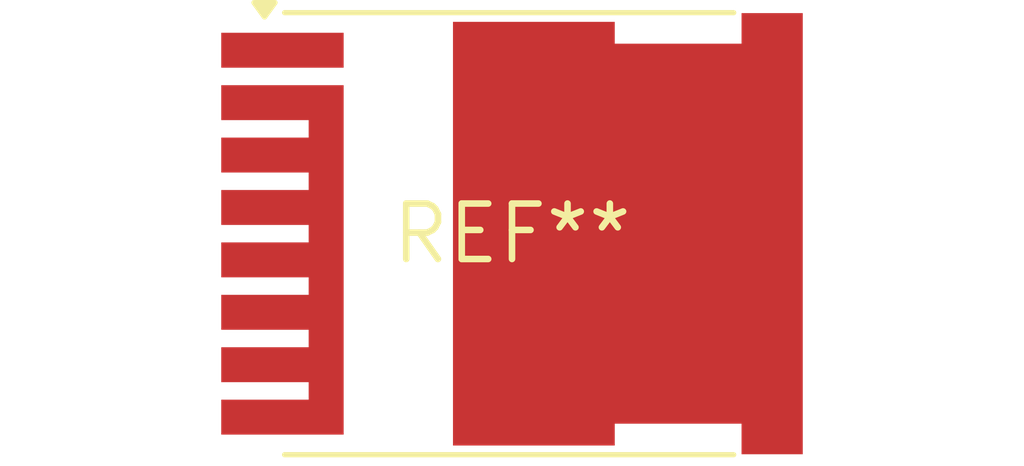
<source format=kicad_pcb>
(kicad_pcb (version 20240108) (generator pcbnew)
  (layers (0 "F.Cu" signal) (31 "B.Cu" signal) (34 "B.Paste" user) (35 "F.Paste" user) (36 "B.SilkS" user "B.Silkscreen") (37 "F.SilkS" user "F.Silkscreen") (38 "B.Mask" user) (39 "F.Mask" user) (44 "Edge.Cuts" user))
  (net 0 "")
  (footprint "Infineon_PG-HSOF-8-1" (layer "F.Cu") (at 0 0)
    (property "Reference" "REF**")
    (property "Value" "Infineon_PG-HSOF-8-1")
    (fp_line (start -5.2 -5.06) (end 5.07 -5.06) (layer "F.SilkS") (stroke (width 0.12)))
    (fp_line (start -5.2 5.06) (end 5.07 5.06) (layer "F.SilkS") (stroke (width 0.12)))
    (fp_poly (pts (xy -5.66 -4.96) (xy -5.42 -5.29) (xy -5.9 -5.29) (xy -5.66 -4.96)) (layer "F.SilkS") (stroke (width 0.12)) (fill solid))
    (pad "1" smd rect (at -5.25 -4.2) (size 2.8 0.8) (layers "F.Cu" "F.Mask"))
    (pad "2" smd custom (at -4.25 0.6) (size 0.8 8) (layers "F.Cu" "F.Mask") (options (clearance outline) (anchor rect)) (primitives (gr_poly (pts (xy -0.4 -3.2) (xy -2.4 -3.2) (xy -2.4 -4) (xy -0.4 -4)) (width 0) (fill yes)) (gr_poly (pts (xy -0.4 -2) (xy -2.4 -2) (xy -2.4 -2.8) (xy -0.4 -2.8)) (width 0) (fill yes)) (gr_poly (pts (xy -0.4 -0.8) (xy -2.4 -0.8) (xy -2.4 -1.6) (xy -0.4 -1.6)) (width 0) (fill yes)) (gr_poly (pts (xy -0.4 0.4) (xy -2.4 0.4) (xy -2.4 -0.4) (xy -0.4 -0.4)) (width 0) (fill yes)) (gr_poly (pts (xy -0.4 1.6) (xy -2.4 1.6) (xy -2.4 0.8) (xy -0.4 0.8)) (width 0) (fill yes)) (gr_poly (pts (xy -0.4 2.8) (xy -2.4 2.8) (xy -2.4 2) (xy -0.4 2)) (width 0) (fill yes)) (gr_poly (pts (xy -0.4 4) (xy -2.4 4) (xy -2.4 3.2) (xy -0.4 3.2)) (width 0) (fill yes))))
    (pad "3" smd custom (at 3.8 0) (size 2.9 8.7) (layers "F.Cu" "F.Mask") (options (clearance outline) (anchor rect)) (primitives (gr_poly (pts (xy 2.85 5.05) (xy 1.45 5.05) (xy 1.45 -5.05) (xy 2.85 -5.05)) (width 0) (fill yes)) (gr_poly (pts (xy -1.45 4.85) (xy -5.15 4.85) (xy -5.15 -4.85) (xy -1.45 -4.85)) (width 0) (fill yes))))
  )
)
</source>
